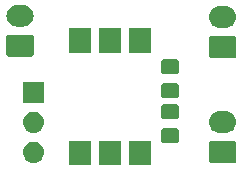
<source format=gbr>
G04 #@! TF.GenerationSoftware,KiCad,Pcbnew,(5.1.0)-1*
G04 #@! TF.CreationDate,2019-06-17T22:32:11+07:00*
G04 #@! TF.ProjectId,RCswitch2,52437377-6974-4636-9832-2e6b69636164,rev?*
G04 #@! TF.SameCoordinates,Original*
G04 #@! TF.FileFunction,Soldermask,Bot*
G04 #@! TF.FilePolarity,Negative*
%FSLAX46Y46*%
G04 Gerber Fmt 4.6, Leading zero omitted, Abs format (unit mm)*
G04 Created by KiCad (PCBNEW (5.1.0)-1) date 2019-06-17 22:32:11*
%MOMM*%
%LPD*%
G04 APERTURE LIST*
%ADD10C,0.100000*%
G04 APERTURE END LIST*
D10*
G36*
X36120000Y-55473000D02*
G01*
X34238000Y-55473000D01*
X34238000Y-53371000D01*
X36120000Y-53371000D01*
X36120000Y-55473000D01*
X36120000Y-55473000D01*
G37*
G36*
X41200000Y-55473000D02*
G01*
X39318000Y-55473000D01*
X39318000Y-53371000D01*
X41200000Y-53371000D01*
X41200000Y-55473000D01*
X41200000Y-55473000D01*
G37*
G36*
X38660000Y-55473000D02*
G01*
X36778000Y-55473000D01*
X36778000Y-53371000D01*
X38660000Y-53371000D01*
X38660000Y-55473000D01*
X38660000Y-55473000D01*
G37*
G36*
X48253561Y-53438966D02*
G01*
X48286383Y-53448923D01*
X48316632Y-53465092D01*
X48343148Y-53486852D01*
X48364908Y-53513368D01*
X48381077Y-53543617D01*
X48391034Y-53576439D01*
X48395000Y-53616713D01*
X48395000Y-55095287D01*
X48391034Y-55135561D01*
X48381077Y-55168383D01*
X48364908Y-55198632D01*
X48343148Y-55225148D01*
X48316632Y-55246908D01*
X48286383Y-55263077D01*
X48253561Y-55273034D01*
X48213287Y-55277000D01*
X46274713Y-55277000D01*
X46234439Y-55273034D01*
X46201617Y-55263077D01*
X46171368Y-55246908D01*
X46144852Y-55225148D01*
X46123092Y-55198632D01*
X46106923Y-55168383D01*
X46096966Y-55135561D01*
X46093000Y-55095287D01*
X46093000Y-53616713D01*
X46096966Y-53576439D01*
X46106923Y-53543617D01*
X46123092Y-53513368D01*
X46144852Y-53486852D01*
X46171368Y-53465092D01*
X46201617Y-53448923D01*
X46234439Y-53438966D01*
X46274713Y-53435000D01*
X48213287Y-53435000D01*
X48253561Y-53438966D01*
X48253561Y-53438966D01*
G37*
G36*
X31352442Y-53461518D02*
G01*
X31418627Y-53468037D01*
X31588466Y-53519557D01*
X31744991Y-53603222D01*
X31780729Y-53632552D01*
X31882186Y-53715814D01*
X31965448Y-53817271D01*
X31994778Y-53853009D01*
X32078443Y-54009534D01*
X32129963Y-54179373D01*
X32147359Y-54356000D01*
X32129963Y-54532627D01*
X32078443Y-54702466D01*
X31994778Y-54858991D01*
X31965448Y-54894729D01*
X31882186Y-54996186D01*
X31799581Y-55063977D01*
X31744991Y-55108778D01*
X31588466Y-55192443D01*
X31418627Y-55243963D01*
X31352442Y-55250482D01*
X31286260Y-55257000D01*
X31197740Y-55257000D01*
X31131558Y-55250482D01*
X31065373Y-55243963D01*
X30895534Y-55192443D01*
X30739009Y-55108778D01*
X30684419Y-55063977D01*
X30601814Y-54996186D01*
X30518552Y-54894729D01*
X30489222Y-54858991D01*
X30405557Y-54702466D01*
X30354037Y-54532627D01*
X30336641Y-54356000D01*
X30354037Y-54179373D01*
X30405557Y-54009534D01*
X30489222Y-53853009D01*
X30518552Y-53817271D01*
X30601814Y-53715814D01*
X30703271Y-53632552D01*
X30739009Y-53603222D01*
X30895534Y-53519557D01*
X31065373Y-53468037D01*
X31131558Y-53461518D01*
X31197740Y-53455000D01*
X31286260Y-53455000D01*
X31352442Y-53461518D01*
X31352442Y-53461518D01*
G37*
G36*
X43387674Y-52346465D02*
G01*
X43425367Y-52357899D01*
X43460103Y-52376466D01*
X43490548Y-52401452D01*
X43515534Y-52431897D01*
X43534101Y-52466633D01*
X43545535Y-52504326D01*
X43550000Y-52549661D01*
X43550000Y-53386339D01*
X43545535Y-53431674D01*
X43534101Y-53469367D01*
X43515534Y-53504103D01*
X43490548Y-53534548D01*
X43460103Y-53559534D01*
X43425367Y-53578101D01*
X43387674Y-53589535D01*
X43342339Y-53594000D01*
X42255661Y-53594000D01*
X42210326Y-53589535D01*
X42172633Y-53578101D01*
X42137897Y-53559534D01*
X42107452Y-53534548D01*
X42082466Y-53504103D01*
X42063899Y-53469367D01*
X42052465Y-53431674D01*
X42048000Y-53386339D01*
X42048000Y-52549661D01*
X42052465Y-52504326D01*
X42063899Y-52466633D01*
X42082466Y-52431897D01*
X42107452Y-52401452D01*
X42137897Y-52376466D01*
X42172633Y-52357899D01*
X42210326Y-52346465D01*
X42255661Y-52342000D01*
X43342339Y-52342000D01*
X43387674Y-52346465D01*
X43387674Y-52346465D01*
G37*
G36*
X47564345Y-50899442D02*
G01*
X47654548Y-50908326D01*
X47828157Y-50960990D01*
X47988156Y-51046511D01*
X48008518Y-51063222D01*
X48128397Y-51161603D01*
X48207729Y-51258271D01*
X48243489Y-51301844D01*
X48329010Y-51461843D01*
X48381674Y-51635452D01*
X48399456Y-51816000D01*
X48381674Y-51996548D01*
X48329010Y-52170157D01*
X48243489Y-52330156D01*
X48216766Y-52362718D01*
X48128397Y-52470397D01*
X48031812Y-52549661D01*
X47988156Y-52585489D01*
X47828157Y-52671010D01*
X47654548Y-52723674D01*
X47564345Y-52732558D01*
X47519245Y-52737000D01*
X46968755Y-52737000D01*
X46923655Y-52732558D01*
X46833452Y-52723674D01*
X46659843Y-52671010D01*
X46499844Y-52585489D01*
X46456188Y-52549661D01*
X46359603Y-52470397D01*
X46271234Y-52362718D01*
X46244511Y-52330156D01*
X46158990Y-52170157D01*
X46106326Y-51996548D01*
X46088544Y-51816000D01*
X46106326Y-51635452D01*
X46158990Y-51461843D01*
X46244511Y-51301844D01*
X46280271Y-51258271D01*
X46359603Y-51161603D01*
X46479482Y-51063222D01*
X46499844Y-51046511D01*
X46659843Y-50960990D01*
X46833452Y-50908326D01*
X46923655Y-50899442D01*
X46968755Y-50895000D01*
X47519245Y-50895000D01*
X47564345Y-50899442D01*
X47564345Y-50899442D01*
G37*
G36*
X31352443Y-50921519D02*
G01*
X31418627Y-50928037D01*
X31588466Y-50979557D01*
X31744991Y-51063222D01*
X31780729Y-51092552D01*
X31882186Y-51175814D01*
X31960981Y-51271827D01*
X31994778Y-51313009D01*
X32078443Y-51469534D01*
X32129963Y-51639373D01*
X32147359Y-51816000D01*
X32129963Y-51992627D01*
X32078443Y-52162466D01*
X31994778Y-52318991D01*
X31971603Y-52347230D01*
X31882186Y-52456186D01*
X31780729Y-52539448D01*
X31744991Y-52568778D01*
X31588466Y-52652443D01*
X31418627Y-52703963D01*
X31352443Y-52710481D01*
X31286260Y-52717000D01*
X31197740Y-52717000D01*
X31131558Y-52710482D01*
X31065373Y-52703963D01*
X30895534Y-52652443D01*
X30739009Y-52568778D01*
X30703271Y-52539448D01*
X30601814Y-52456186D01*
X30512397Y-52347230D01*
X30489222Y-52318991D01*
X30405557Y-52162466D01*
X30354037Y-51992627D01*
X30336641Y-51816000D01*
X30354037Y-51639373D01*
X30405557Y-51469534D01*
X30489222Y-51313009D01*
X30523019Y-51271827D01*
X30601814Y-51175814D01*
X30703271Y-51092552D01*
X30739009Y-51063222D01*
X30895534Y-50979557D01*
X31065373Y-50928037D01*
X31131557Y-50921519D01*
X31197740Y-50915000D01*
X31286260Y-50915000D01*
X31352443Y-50921519D01*
X31352443Y-50921519D01*
G37*
G36*
X43387674Y-50296465D02*
G01*
X43425367Y-50307899D01*
X43460103Y-50326466D01*
X43490548Y-50351452D01*
X43515534Y-50381897D01*
X43534101Y-50416633D01*
X43545535Y-50454326D01*
X43550000Y-50499661D01*
X43550000Y-51336339D01*
X43545535Y-51381674D01*
X43534101Y-51419367D01*
X43515534Y-51454103D01*
X43490548Y-51484548D01*
X43460103Y-51509534D01*
X43425367Y-51528101D01*
X43387674Y-51539535D01*
X43342339Y-51544000D01*
X42255661Y-51544000D01*
X42210326Y-51539535D01*
X42172633Y-51528101D01*
X42137897Y-51509534D01*
X42107452Y-51484548D01*
X42082466Y-51454103D01*
X42063899Y-51419367D01*
X42052465Y-51381674D01*
X42048000Y-51336339D01*
X42048000Y-50499661D01*
X42052465Y-50454326D01*
X42063899Y-50416633D01*
X42082466Y-50381897D01*
X42107452Y-50351452D01*
X42137897Y-50326466D01*
X42172633Y-50307899D01*
X42210326Y-50296465D01*
X42255661Y-50292000D01*
X43342339Y-50292000D01*
X43387674Y-50296465D01*
X43387674Y-50296465D01*
G37*
G36*
X32143000Y-50177000D02*
G01*
X30341000Y-50177000D01*
X30341000Y-48375000D01*
X32143000Y-48375000D01*
X32143000Y-50177000D01*
X32143000Y-50177000D01*
G37*
G36*
X43387674Y-48536465D02*
G01*
X43425367Y-48547899D01*
X43460103Y-48566466D01*
X43490548Y-48591452D01*
X43515534Y-48621897D01*
X43534101Y-48656633D01*
X43545535Y-48694326D01*
X43550000Y-48739661D01*
X43550000Y-49576339D01*
X43545535Y-49621674D01*
X43534101Y-49659367D01*
X43515534Y-49694103D01*
X43490548Y-49724548D01*
X43460103Y-49749534D01*
X43425367Y-49768101D01*
X43387674Y-49779535D01*
X43342339Y-49784000D01*
X42255661Y-49784000D01*
X42210326Y-49779535D01*
X42172633Y-49768101D01*
X42137897Y-49749534D01*
X42107452Y-49724548D01*
X42082466Y-49694103D01*
X42063899Y-49659367D01*
X42052465Y-49621674D01*
X42048000Y-49576339D01*
X42048000Y-48739661D01*
X42052465Y-48694326D01*
X42063899Y-48656633D01*
X42082466Y-48621897D01*
X42107452Y-48591452D01*
X42137897Y-48566466D01*
X42172633Y-48547899D01*
X42210326Y-48536465D01*
X42255661Y-48532000D01*
X43342339Y-48532000D01*
X43387674Y-48536465D01*
X43387674Y-48536465D01*
G37*
G36*
X43387674Y-46486465D02*
G01*
X43425367Y-46497899D01*
X43460103Y-46516466D01*
X43490548Y-46541452D01*
X43515534Y-46571897D01*
X43534101Y-46606633D01*
X43545535Y-46644326D01*
X43550000Y-46689661D01*
X43550000Y-47526339D01*
X43545535Y-47571674D01*
X43534101Y-47609367D01*
X43515534Y-47644103D01*
X43490548Y-47674548D01*
X43460103Y-47699534D01*
X43425367Y-47718101D01*
X43387674Y-47729535D01*
X43342339Y-47734000D01*
X42255661Y-47734000D01*
X42210326Y-47729535D01*
X42172633Y-47718101D01*
X42137897Y-47699534D01*
X42107452Y-47674548D01*
X42082466Y-47644103D01*
X42063899Y-47609367D01*
X42052465Y-47571674D01*
X42048000Y-47526339D01*
X42048000Y-46689661D01*
X42052465Y-46644326D01*
X42063899Y-46606633D01*
X42082466Y-46571897D01*
X42107452Y-46541452D01*
X42137897Y-46516466D01*
X42172633Y-46497899D01*
X42210326Y-46486465D01*
X42255661Y-46482000D01*
X43342339Y-46482000D01*
X43387674Y-46486465D01*
X43387674Y-46486465D01*
G37*
G36*
X48253561Y-44548966D02*
G01*
X48286383Y-44558923D01*
X48316632Y-44575092D01*
X48343148Y-44596852D01*
X48364908Y-44623368D01*
X48381077Y-44653617D01*
X48391034Y-44686439D01*
X48395000Y-44726713D01*
X48395000Y-46205287D01*
X48391034Y-46245561D01*
X48381077Y-46278383D01*
X48364908Y-46308632D01*
X48343148Y-46335148D01*
X48316632Y-46356908D01*
X48286383Y-46373077D01*
X48253561Y-46383034D01*
X48213287Y-46387000D01*
X46274713Y-46387000D01*
X46234439Y-46383034D01*
X46201617Y-46373077D01*
X46171368Y-46356908D01*
X46144852Y-46335148D01*
X46123092Y-46308632D01*
X46106923Y-46278383D01*
X46096966Y-46245561D01*
X46093000Y-46205287D01*
X46093000Y-44726713D01*
X46096966Y-44686439D01*
X46106923Y-44653617D01*
X46123092Y-44623368D01*
X46144852Y-44596852D01*
X46171368Y-44575092D01*
X46201617Y-44558923D01*
X46234439Y-44548966D01*
X46274713Y-44545000D01*
X48213287Y-44545000D01*
X48253561Y-44548966D01*
X48253561Y-44548966D01*
G37*
G36*
X31108561Y-44421966D02*
G01*
X31141383Y-44431923D01*
X31171632Y-44448092D01*
X31198148Y-44469852D01*
X31219908Y-44496368D01*
X31236077Y-44526617D01*
X31246034Y-44559439D01*
X31250000Y-44599713D01*
X31250000Y-46078287D01*
X31246034Y-46118561D01*
X31236077Y-46151383D01*
X31219908Y-46181632D01*
X31198148Y-46208148D01*
X31171632Y-46229908D01*
X31141383Y-46246077D01*
X31108561Y-46256034D01*
X31068287Y-46260000D01*
X29129713Y-46260000D01*
X29089439Y-46256034D01*
X29056617Y-46246077D01*
X29026368Y-46229908D01*
X28999852Y-46208148D01*
X28978092Y-46181632D01*
X28961923Y-46151383D01*
X28951966Y-46118561D01*
X28948000Y-46078287D01*
X28948000Y-44599713D01*
X28951966Y-44559439D01*
X28961923Y-44526617D01*
X28978092Y-44496368D01*
X28999852Y-44469852D01*
X29026368Y-44448092D01*
X29056617Y-44431923D01*
X29089439Y-44421966D01*
X29129713Y-44418000D01*
X31068287Y-44418000D01*
X31108561Y-44421966D01*
X31108561Y-44421966D01*
G37*
G36*
X41200000Y-45943000D02*
G01*
X39318000Y-45943000D01*
X39318000Y-43841000D01*
X41200000Y-43841000D01*
X41200000Y-45943000D01*
X41200000Y-45943000D01*
G37*
G36*
X36120000Y-45943000D02*
G01*
X34238000Y-45943000D01*
X34238000Y-43841000D01*
X36120000Y-43841000D01*
X36120000Y-45943000D01*
X36120000Y-45943000D01*
G37*
G36*
X38660000Y-45943000D02*
G01*
X36778000Y-45943000D01*
X36778000Y-43841000D01*
X38660000Y-43841000D01*
X38660000Y-45943000D01*
X38660000Y-45943000D01*
G37*
G36*
X47564345Y-42009442D02*
G01*
X47654548Y-42018326D01*
X47828157Y-42070990D01*
X47988156Y-42156511D01*
X48031729Y-42192271D01*
X48128397Y-42271603D01*
X48207729Y-42368271D01*
X48243489Y-42411844D01*
X48329010Y-42571843D01*
X48381674Y-42745452D01*
X48399456Y-42926000D01*
X48381674Y-43106548D01*
X48329010Y-43280157D01*
X48243489Y-43440156D01*
X48232623Y-43453396D01*
X48128397Y-43580397D01*
X48038699Y-43654009D01*
X47988156Y-43695489D01*
X47828157Y-43781010D01*
X47654548Y-43833674D01*
X47580164Y-43841000D01*
X47519245Y-43847000D01*
X46968755Y-43847000D01*
X46907836Y-43841000D01*
X46833452Y-43833674D01*
X46659843Y-43781010D01*
X46499844Y-43695489D01*
X46449301Y-43654009D01*
X46359603Y-43580397D01*
X46255377Y-43453396D01*
X46244511Y-43440156D01*
X46158990Y-43280157D01*
X46106326Y-43106548D01*
X46088544Y-42926000D01*
X46106326Y-42745452D01*
X46158990Y-42571843D01*
X46244511Y-42411844D01*
X46280271Y-42368271D01*
X46359603Y-42271603D01*
X46456271Y-42192271D01*
X46499844Y-42156511D01*
X46659843Y-42070990D01*
X46833452Y-42018326D01*
X46923655Y-42009442D01*
X46968755Y-42005000D01*
X47519245Y-42005000D01*
X47564345Y-42009442D01*
X47564345Y-42009442D01*
G37*
G36*
X30419345Y-41882442D02*
G01*
X30509548Y-41891326D01*
X30683157Y-41943990D01*
X30843156Y-42029511D01*
X30886729Y-42065271D01*
X30983397Y-42144603D01*
X31062729Y-42241271D01*
X31098489Y-42284844D01*
X31184010Y-42444843D01*
X31236674Y-42618452D01*
X31254456Y-42799000D01*
X31236674Y-42979548D01*
X31184010Y-43153157D01*
X31098489Y-43313156D01*
X31062729Y-43356729D01*
X30983397Y-43453397D01*
X30886729Y-43532729D01*
X30843156Y-43568489D01*
X30683157Y-43654010D01*
X30509548Y-43706674D01*
X30419345Y-43715558D01*
X30374245Y-43720000D01*
X29823755Y-43720000D01*
X29778655Y-43715558D01*
X29688452Y-43706674D01*
X29514843Y-43654010D01*
X29354844Y-43568489D01*
X29311271Y-43532729D01*
X29214603Y-43453397D01*
X29135271Y-43356729D01*
X29099511Y-43313156D01*
X29013990Y-43153157D01*
X28961326Y-42979548D01*
X28943544Y-42799000D01*
X28961326Y-42618452D01*
X29013990Y-42444843D01*
X29099511Y-42284844D01*
X29135271Y-42241271D01*
X29214603Y-42144603D01*
X29311271Y-42065271D01*
X29354844Y-42029511D01*
X29514843Y-41943990D01*
X29688452Y-41891326D01*
X29778655Y-41882442D01*
X29823755Y-41878000D01*
X30374245Y-41878000D01*
X30419345Y-41882442D01*
X30419345Y-41882442D01*
G37*
M02*

</source>
